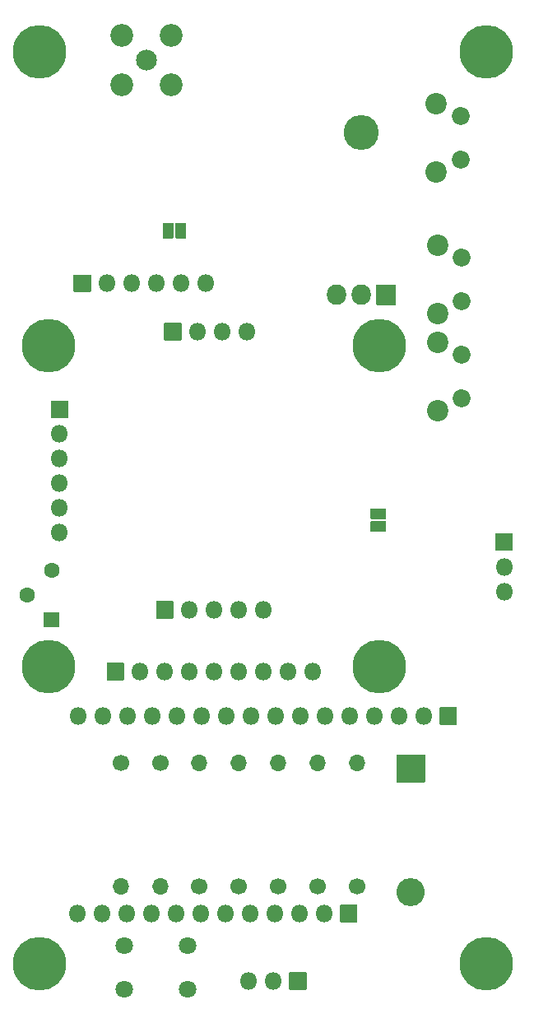
<source format=gbr>
%TF.GenerationSoftware,KiCad,Pcbnew,5.1.12-84ad8e8a86~92~ubuntu18.04.1*%
%TF.CreationDate,2022-01-12T14:22:02-05:00*%
%TF.ProjectId,remote,72656d6f-7465-42e6-9b69-6361645f7063,rev?*%
%TF.SameCoordinates,Original*%
%TF.FileFunction,Soldermask,Bot*%
%TF.FilePolarity,Negative*%
%FSLAX46Y46*%
G04 Gerber Fmt 4.6, Leading zero omitted, Abs format (unit mm)*
G04 Created by KiCad (PCBNEW 5.1.12-84ad8e8a86~92~ubuntu18.04.1) date 2022-01-12 14:22:02*
%MOMM*%
%LPD*%
G01*
G04 APERTURE LIST*
%ADD10C,5.500000*%
%ADD11O,1.800000X1.800000*%
%ADD12O,3.600000X3.600000*%
%ADD13O,2.005000X2.100000*%
%ADD14C,2.350000*%
%ADD15C,2.150000*%
%ADD16C,2.200000*%
%ADD17C,1.850000*%
%ADD18O,1.700000X1.700000*%
%ADD19C,1.700000*%
%ADD20C,1.800000*%
%ADD21C,1.600000*%
%ADD22O,2.900000X2.900000*%
G04 APERTURE END LIST*
D10*
%TO.C,U4*%
X76455000Y-93735000D03*
X110475000Y-93735000D03*
X76455000Y-126755000D03*
X110475000Y-126755000D03*
G36*
G01*
X84155000Y-128135000D02*
X82455000Y-128135000D01*
G75*
G02*
X82405000Y-128085000I0J50000D01*
G01*
X82405000Y-126385000D01*
G75*
G02*
X82455000Y-126335000I50000J0D01*
G01*
X84155000Y-126335000D01*
G75*
G02*
X84205000Y-126385000I0J-50000D01*
G01*
X84205000Y-128085000D01*
G75*
G02*
X84155000Y-128135000I-50000J0D01*
G01*
G37*
D11*
X85845000Y-127235000D03*
X88385000Y-127235000D03*
X90925000Y-127235000D03*
X93465000Y-127235000D03*
X96005000Y-127235000D03*
X98545000Y-127235000D03*
X101085000Y-127235000D03*
X103625000Y-127235000D03*
%TD*%
%TO.C,U2*%
X102229280Y-152121920D03*
G36*
G01*
X106459280Y-151221920D02*
X108159280Y-151221920D01*
G75*
G02*
X108209280Y-151271920I0J-50000D01*
G01*
X108209280Y-152971920D01*
G75*
G02*
X108159280Y-153021920I-50000J0D01*
G01*
X106459280Y-153021920D01*
G75*
G02*
X106409280Y-152971920I0J50000D01*
G01*
X106409280Y-151271920D01*
G75*
G02*
X106459280Y-151221920I50000J0D01*
G01*
G37*
X89529280Y-152121920D03*
X81909280Y-152121920D03*
X104769280Y-152121920D03*
X94609280Y-152121920D03*
X92069280Y-152121920D03*
X79369280Y-152121920D03*
X86989280Y-152121920D03*
X84449280Y-152121920D03*
X99689280Y-152121920D03*
X97149280Y-152121920D03*
G36*
G01*
X116699280Y-130901920D02*
X118399280Y-130901920D01*
G75*
G02*
X118449280Y-130951920I0J-50000D01*
G01*
X118449280Y-132651920D01*
G75*
G02*
X118399280Y-132701920I-50000J0D01*
G01*
X116699280Y-132701920D01*
G75*
G02*
X116649280Y-132651920I0J50000D01*
G01*
X116649280Y-130951920D01*
G75*
G02*
X116699280Y-130901920I50000J0D01*
G01*
G37*
X115009280Y-131801920D03*
X112469280Y-131801920D03*
X109929280Y-131801920D03*
X107389280Y-131801920D03*
X104849280Y-131801920D03*
X102309280Y-131801920D03*
X99769280Y-131801920D03*
X97229280Y-131801920D03*
X94689280Y-131801920D03*
X92149280Y-131801920D03*
X89609280Y-131801920D03*
X87069280Y-131801920D03*
X84529280Y-131801920D03*
X81989280Y-131801920D03*
X79449280Y-131801920D03*
%TD*%
D12*
%TO.C,Q1*%
X108615000Y-71815000D03*
G36*
G01*
X112157500Y-87475000D02*
X112157500Y-89475000D01*
G75*
G02*
X112107500Y-89525000I-50000J0D01*
G01*
X110202500Y-89525000D01*
G75*
G02*
X110152500Y-89475000I0J50000D01*
G01*
X110152500Y-87475000D01*
G75*
G02*
X110202500Y-87425000I50000J0D01*
G01*
X112107500Y-87425000D01*
G75*
G02*
X112157500Y-87475000I0J-50000D01*
G01*
G37*
D13*
X108615000Y-88475000D03*
X106075000Y-88475000D03*
%TD*%
D11*
%TO.C,J2*%
X77555000Y-112955000D03*
X77555000Y-110415000D03*
X77555000Y-107875000D03*
X77555000Y-105335000D03*
X77555000Y-102795000D03*
G36*
G01*
X76655000Y-101105000D02*
X76655000Y-99405000D01*
G75*
G02*
X76705000Y-99355000I50000J0D01*
G01*
X78405000Y-99355000D01*
G75*
G02*
X78455000Y-99405000I0J-50000D01*
G01*
X78455000Y-101105000D01*
G75*
G02*
X78405000Y-101155000I-50000J0D01*
G01*
X76705000Y-101155000D01*
G75*
G02*
X76655000Y-101105000I0J50000D01*
G01*
G37*
%TD*%
%TO.C,JP2*%
G36*
G01*
X88175000Y-82615000D02*
X88175000Y-81115000D01*
G75*
G02*
X88225000Y-81065000I50000J0D01*
G01*
X89225000Y-81065000D01*
G75*
G02*
X89275000Y-81115000I0J-50000D01*
G01*
X89275000Y-82615000D01*
G75*
G02*
X89225000Y-82665000I-50000J0D01*
G01*
X88225000Y-82665000D01*
G75*
G02*
X88175000Y-82615000I0J50000D01*
G01*
G37*
G36*
G01*
X89475000Y-82615000D02*
X89475000Y-81115000D01*
G75*
G02*
X89525000Y-81065000I50000J0D01*
G01*
X90525000Y-81065000D01*
G75*
G02*
X90575000Y-81115000I0J-50000D01*
G01*
X90575000Y-82615000D01*
G75*
G02*
X90525000Y-82665000I-50000J0D01*
G01*
X89525000Y-82665000D01*
G75*
G02*
X89475000Y-82615000I0J50000D01*
G01*
G37*
%TD*%
D14*
%TO.C,J1*%
X83934920Y-66874440D03*
X83934920Y-61794440D03*
X89014920Y-61794440D03*
X89014920Y-66874440D03*
D15*
X86474920Y-64334440D03*
%TD*%
D16*
%TO.C,SW3*%
X116470380Y-93345500D03*
D17*
X118960380Y-94595500D03*
X118960380Y-99095500D03*
D16*
X116470380Y-100355500D03*
%TD*%
D18*
%TO.C,R4*%
X96017864Y-136606920D03*
D19*
X96017864Y-149306920D03*
%TD*%
D10*
%TO.C,H2*%
X121438960Y-157249920D03*
%TD*%
%TO.C,U5*%
G36*
G01*
X89235000Y-121785000D02*
X87535000Y-121785000D01*
G75*
G02*
X87485000Y-121735000I0J50000D01*
G01*
X87485000Y-120035000D01*
G75*
G02*
X87535000Y-119985000I50000J0D01*
G01*
X89235000Y-119985000D01*
G75*
G02*
X89285000Y-120035000I0J-50000D01*
G01*
X89285000Y-121735000D01*
G75*
G02*
X89235000Y-121785000I-50000J0D01*
G01*
G37*
D11*
X90925000Y-120885000D03*
X93465000Y-120885000D03*
X96005000Y-120885000D03*
X98545000Y-120885000D03*
%TD*%
%TO.C,U3*%
G36*
G01*
X80753940Y-88185880D02*
X79053940Y-88185880D01*
G75*
G02*
X79003940Y-88135880I0J50000D01*
G01*
X79003940Y-86435880D01*
G75*
G02*
X79053940Y-86385880I50000J0D01*
G01*
X80753940Y-86385880D01*
G75*
G02*
X80803940Y-86435880I0J-50000D01*
G01*
X80803940Y-88135880D01*
G75*
G02*
X80753940Y-88185880I-50000J0D01*
G01*
G37*
X82443940Y-87285880D03*
X84983940Y-87285880D03*
X87523940Y-87285880D03*
X90063940Y-87285880D03*
X92603940Y-87285880D03*
%TD*%
D20*
%TO.C,SW4*%
X90705000Y-159905000D03*
X84205000Y-159905000D03*
X90705000Y-155405000D03*
X84205000Y-155405000D03*
%TD*%
D16*
%TO.C,SW2*%
X116470380Y-83388700D03*
D17*
X118960380Y-84638700D03*
X118960380Y-89138700D03*
D16*
X116470380Y-90398700D03*
%TD*%
%TO.C,SW1*%
X116345000Y-68795000D03*
D17*
X118835000Y-70045000D03*
X118835000Y-74545000D03*
D16*
X116345000Y-75805000D03*
%TD*%
D18*
%TO.C,R7*%
X108190268Y-136606920D03*
D19*
X108190268Y-149306920D03*
%TD*%
D18*
%TO.C,R3*%
X91960396Y-136606920D03*
D19*
X91960396Y-149306920D03*
%TD*%
D18*
%TO.C,R6*%
X104132800Y-136606920D03*
D19*
X104132800Y-149306920D03*
%TD*%
D18*
%TO.C,R5*%
X100075332Y-136606920D03*
D19*
X100075332Y-149306920D03*
%TD*%
D18*
%TO.C,R2*%
X87902928Y-149306920D03*
D19*
X87902928Y-136606920D03*
%TD*%
D18*
%TO.C,R1*%
X83845460Y-149306920D03*
D19*
X83845460Y-136606920D03*
%TD*%
%TO.C,Q3*%
G36*
G01*
X77494180Y-122701000D02*
X75994180Y-122701000D01*
G75*
G02*
X75944180Y-122651000I0J50000D01*
G01*
X75944180Y-121151000D01*
G75*
G02*
X75994180Y-121101000I50000J0D01*
G01*
X77494180Y-121101000D01*
G75*
G02*
X77544180Y-121151000I0J-50000D01*
G01*
X77544180Y-122651000D01*
G75*
G02*
X77494180Y-122701000I-50000J0D01*
G01*
G37*
D21*
X76744180Y-116821000D03*
X74204180Y-119361000D03*
%TD*%
%TO.C,JP1*%
G36*
G01*
X111119999Y-112840001D02*
X109619999Y-112840001D01*
G75*
G02*
X109569999Y-112790001I0J50000D01*
G01*
X109569999Y-111790001D01*
G75*
G02*
X109619999Y-111740001I50000J0D01*
G01*
X111119999Y-111740001D01*
G75*
G02*
X111169999Y-111790001I0J-50000D01*
G01*
X111169999Y-112790001D01*
G75*
G02*
X111119999Y-112840001I-50000J0D01*
G01*
G37*
G36*
G01*
X111119999Y-111540001D02*
X109619999Y-111540001D01*
G75*
G02*
X109569999Y-111490001I0J50000D01*
G01*
X109569999Y-110490001D01*
G75*
G02*
X109619999Y-110440001I50000J0D01*
G01*
X111119999Y-110440001D01*
G75*
G02*
X111169999Y-110490001I0J-50000D01*
G01*
X111169999Y-111490001D01*
G75*
G02*
X111119999Y-111540001I-50000J0D01*
G01*
G37*
%TD*%
D11*
%TO.C,J19*%
X97003220Y-159076440D03*
X99543220Y-159076440D03*
G36*
G01*
X101233220Y-158176440D02*
X102933220Y-158176440D01*
G75*
G02*
X102983220Y-158226440I0J-50000D01*
G01*
X102983220Y-159926440D01*
G75*
G02*
X102933220Y-159976440I-50000J0D01*
G01*
X101233220Y-159976440D01*
G75*
G02*
X101183220Y-159926440I0J50000D01*
G01*
X101183220Y-158226440D01*
G75*
G02*
X101233220Y-158176440I50000J0D01*
G01*
G37*
%TD*%
%TO.C,J16*%
X96825000Y-92255000D03*
X94285000Y-92255000D03*
X91745000Y-92255000D03*
G36*
G01*
X90055000Y-93155000D02*
X88355000Y-93155000D01*
G75*
G02*
X88305000Y-93105000I0J50000D01*
G01*
X88305000Y-91405000D01*
G75*
G02*
X88355000Y-91355000I50000J0D01*
G01*
X90055000Y-91355000D01*
G75*
G02*
X90105000Y-91405000I0J-50000D01*
G01*
X90105000Y-93105000D01*
G75*
G02*
X90055000Y-93155000I-50000J0D01*
G01*
G37*
%TD*%
%TO.C,J5*%
X123297300Y-118987620D03*
X123297300Y-116447620D03*
G36*
G01*
X122397300Y-114757620D02*
X122397300Y-113057620D01*
G75*
G02*
X122447300Y-113007620I50000J0D01*
G01*
X124147300Y-113007620D01*
G75*
G02*
X124197300Y-113057620I0J-50000D01*
G01*
X124197300Y-114757620D01*
G75*
G02*
X124147300Y-114807620I-50000J0D01*
G01*
X122447300Y-114807620D01*
G75*
G02*
X122397300Y-114757620I0J50000D01*
G01*
G37*
%TD*%
D10*
%TO.C,H6*%
X75491960Y-63491160D03*
%TD*%
%TO.C,H5*%
X121438960Y-63491160D03*
%TD*%
%TO.C,H1*%
X75491960Y-157249920D03*
%TD*%
%TO.C,D1*%
G36*
G01*
X112315000Y-135765000D02*
X115115000Y-135765000D01*
G75*
G02*
X115165000Y-135815000I0J-50000D01*
G01*
X115165000Y-138615000D01*
G75*
G02*
X115115000Y-138665000I-50000J0D01*
G01*
X112315000Y-138665000D01*
G75*
G02*
X112265000Y-138615000I0J50000D01*
G01*
X112265000Y-135815000D01*
G75*
G02*
X112315000Y-135765000I50000J0D01*
G01*
G37*
D22*
X113715000Y-149915000D03*
%TD*%
M02*

</source>
